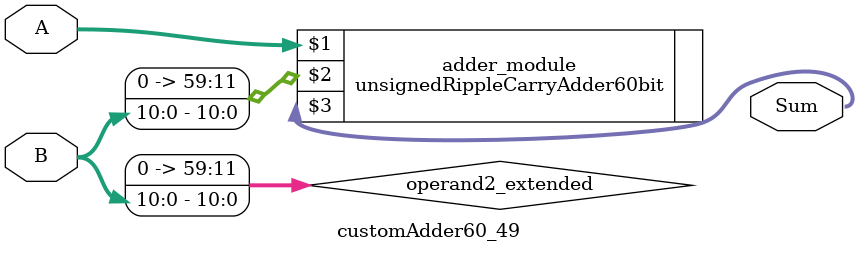
<source format=v>
module customAdder60_49(
                        input [59 : 0] A,
                        input [10 : 0] B,
                        
                        output [60 : 0] Sum
                );

        wire [59 : 0] operand2_extended;
        
        assign operand2_extended =  {49'b0, B};
        
        unsignedRippleCarryAdder60bit adder_module(
            A,
            operand2_extended,
            Sum
        );
        
        endmodule
        
</source>
